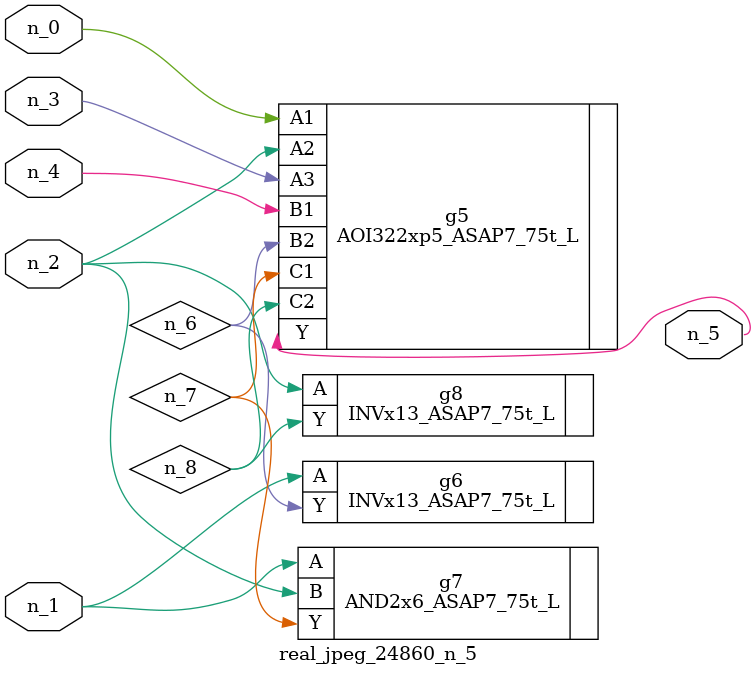
<source format=v>
module real_jpeg_24860_n_5 (n_4, n_0, n_1, n_2, n_3, n_5);

input n_4;
input n_0;
input n_1;
input n_2;
input n_3;

output n_5;

wire n_8;
wire n_6;
wire n_7;

AOI322xp5_ASAP7_75t_L g5 ( 
.A1(n_0),
.A2(n_2),
.A3(n_3),
.B1(n_4),
.B2(n_6),
.C1(n_7),
.C2(n_8),
.Y(n_5)
);

INVx13_ASAP7_75t_L g6 ( 
.A(n_1),
.Y(n_6)
);

AND2x6_ASAP7_75t_L g7 ( 
.A(n_1),
.B(n_2),
.Y(n_7)
);

INVx13_ASAP7_75t_L g8 ( 
.A(n_2),
.Y(n_8)
);


endmodule
</source>
